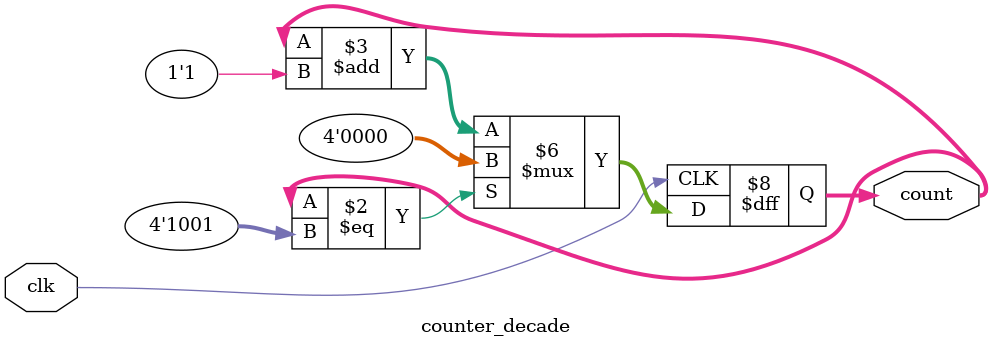
<source format=v>
module counter_decade(count, clk);
    output [3:0] count;  // 4-bit count value
    input clk;           // clock
    
    reg [3:0] count;
    
    initial begin
        count = 4'b0;
    end
    
    always @ (posedge clk)
        if (count == 4'd9)
            count <= 4'd0;
        else
            count <= count + 1'b1;

endmodule 
</source>
